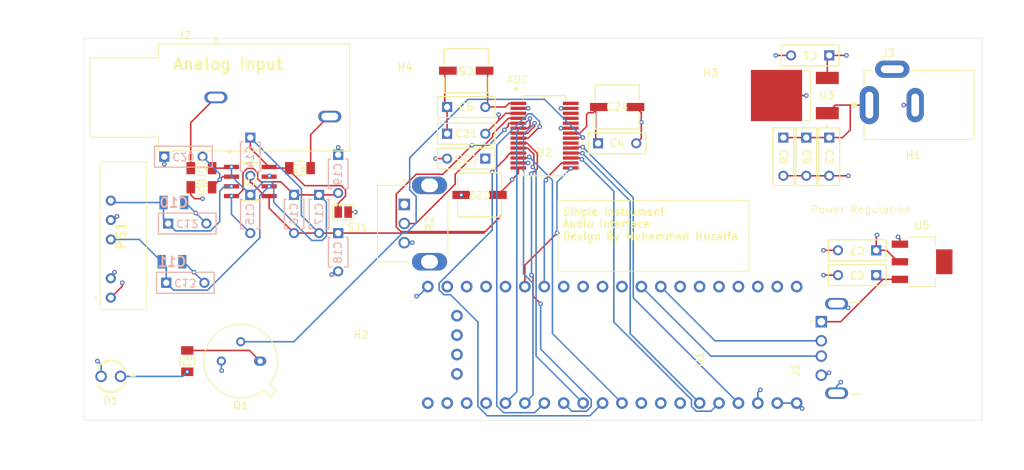
<source format=kicad_pcb>
(kicad_pcb (version 20240108) (generator "pcbnew") (generator_version "8.0")
  (layers (0 "F.Cu" signal "Analog Signal") (1 "In1.Cu" power "GND") (2 "In2.Cu" power "PWR") (31 "B.Cu" signal "Digital Signal") (34 "B.Paste" user) (35 "F.Paste" user) (36 "B.SilkS" user "B.Silkscreen") (37 "F.SilkS" user "F.Silkscreen") (38 "B.Mask" user) (39 "F.Mask" user) (44 "Edge.Cuts" user))
  (net 0 "")
  (net 1 "GND")
  (net 2 "5V")
  (net 3 "Net-(U3-IN)")
  (net 4 "USB_5V")
  (net 5 "3.3V")
  (net 6 "Net-(U2-VREFL)")
  (net 7 "Net-(D1-K)")
  (net 9 "CLIPL_FLAG")
  (net 10 "Net-(Q1-E)")
  (net 11 "Net-(C21-Pad1)")
  (net 12 "+15V")
  (net 13 "-15V")
  (net 14 "INST_SIG_-")
  (net 22 "SIG_TO_POT")
  (net 23 "Net-(U7-VOCM)")
  (net 25 "VIN+")
  (net 28 "STM_TO_USB_D_N")
  (net 29 "VIN-")
  (net 32 "ADC_CLK")
  (net 33 "INST_SIG_+")
  (net 35 "ADC_RST")
  (net 40 "FMT0")
  (net 42 "HPFD")
  (net 43 "STM_TO_USB_D_P")
  (net 45 "STM_I2S_CLK")
  (net 46 "FS2")
  (net 47 "STM_I2S_DATA")
  (net 53 "LRCK")
  (net 55 "S{slash}M")
  (net 56 "FS0")
  (net 57 "FS1")
  (net 58 "FMT1")
  (net 59 "VCOML")
  (footprint "audiointPCB:CAP_EEFK_C_PAN-L" (layer "F.Cu") (at 128.25 92)
    (property "Reference" "C24")
    (property "Value" "33uF")
  )
  (footprint "audiointPCB:RC1206N_YAG" (layer "F.Cu") (at 73.853 100)
    (property "Reference" "R4")
    (property "Value" "1k")
  )
  (footprint "audiointPCB:CUI_MJ-63022A" (layer "F.Cu") (at 75.75 90.75)
    (property "Reference" "J2")
    (property "Value" "MJ-63022A")
  )
  (footprint "audiointPCB:RC1206N_YAG" (layer "F.Cu") (at 72 125.25 -90)
    (property "Reference" "R1")
    (property "Value" "1K")
  )
  (footprint "audiointPCB:CAP_B32529_02.5X06.5X07.3_TDK" (layer "F.Cu") (at 125.75 96.75)
    (property "Reference" "C4")
    (property "Value" "0.1 uF")
  )
  (footprint "MountingHole:MountingHole_2mm" (layer "F.Cu") (at 94.75 125)
    (property "Reference" "H2")
    (property "Value" "MountingHole_Pad")
  )
  (footprint "audiointPCB:CAP_B32529_02.5X06.5X07.3_TDK" (layer "F.Cu") (at 162.15 110.75 180)
    (property "Reference" "C7")
    (property "Value" "0.1 uF")
  )
  (footprint "audiointPCB:CAP_B32529_02.5X06.5X07.3_TDK" (layer "F.Cu") (at 162.15 114 180)
    (property "Reference" "C3")
    (property "Value" "0.1 uF")
  )
  (footprint "audiointPCB:CAP_EEFK_C_PAN-L" (layer "F.Cu") (at 108.5 87.25 180)
    (property "Reference" "C5")
    (property "Value" "33uF")
  )
  (footprint "audiointPCB:CAP_B32529_02.5X06.5X07.3_TDK" (layer "F.Cu") (at 111 98.75 180)
    (property "Reference" "C23")
    (property "Value" "0.1 uF")
  )
  (footprint "audiointPCB:CAP_B32529_02.5X06.5X07.3_TDK" (layer "F.Cu") (at 156 85.25 180)
    (property "Reference" "C1")
    (property "Value" "0.1 uF")
  )
  (footprint "MountingHole:MountingHole_2mm" (layer "F.Cu") (at 140.5 90.75)
    (property "Reference" "H3")
    (property "Value" "MountingHole_Pad")
  )
  (footprint "audiointPCB:IA0515S" (layer "F.Cu") (at 60.6 99.17 90)
    (property "Reference" "PS1")
    (property "Value" "IA0515S" (hide yes))
  )
  (footprint "audiointPCB:WL-TMRC_3MM" (layer "F.Cu") (at 62 127.25 180)
    (property "Reference" "D1")
    (property "Value" "CLIPPING_LED")
  )
  (footprint "Package_TO_SOT_THT:TO-39-3" (layer "F.Cu") (at 81.54 125.25 180)
    (property "Reference" "Q1")
    (property "Value" "2N2219")
  )
  (footprint "audiointPCB:CAP_B32529_02.5X06.5X07.3_TDK" (layer "F.Cu") (at 106 95.5)
    (property "Reference" "C21")
    (property "Value" "0.1 uF")
  )
  (footprint "audiointPCB:D8" (layer "F.Cu") (at 80.25 101.75)
    (property "Reference" "U7")
    (property "Value" "OPA1632DR")
  )
  (footprint "audiointPCB:TRIM_PT01-B120D-A103" (layer "F.Cu") (at 103.7 107.25 -90)
    (property "Reference" "R2")
    (property "Value" "PT01-B120D-A103")
  )
  (footprint "Jumper:SolderJumper-2_P1.3mm_Open_Pad1.0x1.5mm" (layer "F.Cu") (at 92.4 105.75 180)
    (property "Reference" "SJ1")
    (property "Value" "SOLDER_JUMPER" (hide yes))
  )
  (footprint "audiointPCB:CUI_PJ-002B" (layer "F.Cu") (at 161.25 91.75)
    (property "Reference" "J3")
    (property "Value" "PJ-002B")
  )
  (footprint "audiointPCB:blue_pill" (layer "F.Cu") (at 130.785 125.025 -90)
    (property "Reference" "U1")
    (property "Value" "BP")
  )
  (footprint "audiointPCB:CAP_B32529_02.5X06.5X07.3_TDK" (layer "F.Cu") (at 153 96.000005 -90)
    (property "Reference" "C9")
    (property "Value" "0.1 uF")
  )
  (footprint "MountingHole:MountingHole_2mm" (layer "F.Cu") (at 100.5 90)
    (property "Reference" "H4")
    (property "Value" "MountingHole_Pad")
  )
  (footprint "audiointPCB:VREG_TLV1117LV33DCYR" (layer "F.Cu") (at 168.15 112.25)
    (property "Reference" "U5")
    (property "Value" "TLV1117LV33DCYR")
  )
  (footprint "audiointPCB:CUI_UP2-AH-1-TH" (layer "F.Cu") (at 156.9625 123.59225 90)
    (property "Reference" "J1")
    (property "Value" "UP2-AH-1-TH")
  )
  (footprint "audiointPCB:CAP_B32529_02.5X06.5X07.3_TDK" (layer "F.Cu") (at 106 92)
    (property "Reference" "C6")
    (property "Value" "0.1 uF")
  )
  (footprint "audiointPCB:DB28" (layer "F.Cu") (at 118.75 95.75)
    (property "Reference" "U2")
    (property "Value" "PCM4202DB")
  )
  (footprint "audiointPCB:RC1206N_YAG" (layer "F.Cu") (at 86.75 100 180)
    (property "Reference" "R3")
    (property "Value" "1k")
  )
  (footprint "audiointPCB:CAP_B32529_02.5X06.5X07.3_TDK" (layer "F.Cu") (at 150 96.000005 -90)
    (property "Reference" "C8")
    (property "Value" "0.1 uF")
  )
  (footprint "MountingHole:MountingHole_2mm" (layer "F.Cu") (at 167 101.5)
    (property "Reference" "H1")
    (property "Value" "MountingHole_Pad")
  )
  (footprint "audiointPCB:RC1206N_YAG" (layer "F.Cu") (at 73.853 102.5)
    (property "Reference" "R5")
    (property "Value" "1k")
  )
  (footprint "audiointPCB:VREG_L78M05CDT-TR" (layer "F.Cu") (at 151.5 90.5 180)
    (property "Reference" "U3")
    (property "Value" "L78M05CDT-TR")
  )
  (footprint "audiointPCB:CAP_B32529_02.5X06.5X07.3_TDK" (layer "F.Cu") (at 156 96.000005 -90)
    (property "Reference" "C2")
    (property "Value" "0.1 uF")
  )
  (footprint "audiointPCB:CAP_EEFK_C_PAN-L" (layer "F.Cu") (at 110.25 103.5 180)
    (property "Reference" "C22")
    (property "Value" "33uF")
  )
  (footprint "audiointPCB:K104K10X7RF5UH5_VIS" (layer "B.Cu") (at 89.25 103.500005 -90)
    (property "Reference" "C17")
    (property "Value" "1 nF" (hide yes))
  )
  (footprint "audiointPCB:K104K10X7RF5UH5_VIS" (layer "B.Cu") (at 80.25 96.000005 -90)
    (property "Reference" "C14")
    (property "Value" "1 nF" (hide yes))
  )
  (footprint "audiointPCB:K104K10X7RF5UH5_VIS" (layer "B.Cu") (at 85.9718 103.500005 -90)
    (property "Reference" "C16")
    (property "Value" "1 nF" (hide yes))
  )
  (footprint "audiointPCB:CAP_B32529_02.5X06.5X07.3_TDK" (layer "B.Cu") (at 69 98.5)
    (property "Reference" "C20")
    (property "Value" "0.1 uF")
  )
  (footprint "audiointPCB:CAP_B32529_02.5X06.5X07.3_TDK" (layer "B.Cu") (at 69.25 115)
    (property "Reference" "C13")
    (property "Value" "0.1 uF")
  )
  (footprint "audiointPCB:CAPC3216X180N" (layer "B.Cu") (at 70.25 104.5 180)
    (property "Reference" "C10")
    (property "Value" "10uF" (hide yes))
  )
  (footprint "audiointPCB:CAPC3216X180N" (layer "B.Cu") (at 70 112.25 180)
    (property "Reference" "C11")
    (property "Value" "10uF" (hide yes))
  )
  (footprint "audiointPCB:K104K10X7RF5UH5_VIS" (layer "B.Cu") (at 91.75 98.25001 -90)
    (property "Reference" "C19")
    (property "Value" "1 nF" (hide yes))
  )
  (footprint "audiointPCB:K104K10X7RF5UH5_VIS" (layer "B.Cu") (at 80.25 103.500005 -90)
    (property "Reference" "C15")
    (property "Value" "1 nF" (hide yes))
  )
  (footprint "audiointPCB:CAP_B32529_02.5X06.5X07.3_TDK" (layer "B.Cu") (at 69.5 107.25)
    (property "Reference" "C12")
    (property "Value" "0.1 uF")
  )
  (footprint "audiointPCB:K104K10X7RF5UH5_VIS" (layer "B.Cu") (at 91.75 108.5 -90)
    (property "Reference" "C18")
    (property "Value" "1 nF" (hide yes))
  )
  (gr_rect (start 120.5 104.25) (end 145.5 113.5) (stroke (width 0.1)) (fill none) (layer "F.SilkS"))
  (gr_rect (start 58.5 83) (end 176 133) (stroke (width 0.05)) (fill none) (layer "Edge.Cuts"))
  (gr_text "ADC\n" (at 113.75 89 0) (layer "F.SilkS") (effects (font (size 1 1) (thickness 0.1)) (justify left bottom)))
  (gr_text "Single instrument \nAudio Interface\nDesign By Muhammad Huzaifa" (at 121 109.5 0) (layer "F.SilkS") (effects (font (size 1 1) (thickness 0.2) (bold yes)) (justify left bottom)))
  (gr_text "Power Regulation\n" (at 153.5 106 0) (layer "F.SilkS") (effects (font (size 1 1) (thickness 0.1)) (justify left bottom)))
  (gr_text "Analog Input" (at 70 87.25 0) (layer "F.SilkS") (effects (font (size 1.5 1.5) (thickness 0.3) (bold yes)) (justify left bottom)))
  (segment (start 131.4104 96.0896) (end 131.4104 92.7601) (width 0.2) (layer "F.Cu") (net 1))
  (segment (start 115.321 99.324999) (end 116.597808 99.324999) (width 0.2) (layer "F.Cu") (net 1))
  (segment (start 156.9625 117.74225) (end 157.934192 117.74225) (width 0.2) (layer "F.Cu") (net 1))
  (segment (start 158.499995 101.000005) (end 158.5 101) (width 0.2) (layer "F.Cu") (net 1))
  (segment (start 157.15 114) (end 155.25 114) (width 0.2) (layer "F.Cu") (net 1))
  (segment (start 150 101.000005) (end 156 101.000005) (width 0.2) (layer "F.Cu") (net 1))
  (segment (start 62 106.79) (end 62.339698 106.79) (width 0.2) (layer "F.Cu") (net 1))
  (segment (start 167.25 91.75) (end 165.75 91.75) (width 0.2) (layer "F.Cu") (net 1))
  (segment (start 91.322305 113.49999) (end 90.894576 113.927719) (width 0.2) (layer "F.Cu") (net 1))
  (segment (start 116.597806 92.175001) (end 116.597808 92.174999) (width 0.2) (layer "F.Cu") (net 1))
  (segment (start 122.179 92.175001) (end 120.902194 92.175001) (width 0.2) (layer "F.Cu") (net 1))
  (segment (start 157.15 110.75) (end 155.25 110.75) (width 0.2) (layer "F.Cu") (net 1))
  (segment (start 93.05 105.75) (end 94 105.75) (width 0.2) (layer "F.Cu") (net 1))
  (segment (start 115.321 92.175001) (end 116.597806 92.175001) (width 0.2) (layer "F.Cu") (net 1))
  (segment (start 106 98.75) (end 104.5 98.75) (width 0.2) (layer "F.Cu") (net 1))
  (segment (start 165.25 109.95) (end 166.1 109.95) (width 0.2) (layer "F.Cu") (net 1))
  (segment (start 100.4 109.75) (end 101.45 109.75) (width 0.2) (layer "F.Cu") (net 1))
  (segment (start 91.75 113.49999) (end 91.322305 113.49999) (width 0.2) (layer "F.Cu") (net 1))
  (segment (start 130.75 96.75) (end 131.4104 96.0896) (width 0.2) (layer "F.Cu") (net 1))
  (segment (start 122.179 94.775001) (end 120.902193 94.775001) (width 0.2) (layer "F.Cu") (net 1))
  (segment (start 165.25 109.25) (end 165 109) (width 0.2) (layer "F.Cu") (net 1))
  (segment (start 131.4104 92.7601) (end 130.6503 92) (width 0.2) (layer "F.Cu") (net 1))
  (segment (start 156 101.000005) (end 158.499995 101.000005) (width 0.2) (layer "F.Cu") (net 1))
  (segment (start 157.934192 117.74225) (end 158.467173 118.275231) (width 0.2) (layer "F.Cu") (net 1))
  (segment (start 120.902193 94.775001) (end 120.902192 94.775) (width 0.2) (layer "F.Cu") (net 1))
  (segment (start 62.339698 106.79) (end 62.808805 106.320893) (width 0.2) (layer "F.Cu") (net 1))
  (segment (start 165.25 109.95) (end 165.25 109.25) (width 0.2) (layer "F.Cu") (net 1))
  (segment (start 166.1 109.95) (end 166.15 110) (width 0.2) (layer "F.Cu") (net 1))
  (segment (start 120.902194 92.175001) (end 120.902192 92.174999) (width 0.2) (layer "F.Cu") (net 1))
  (segment (start 149.1 90.5) (end 153 90.5) (width 0.2) (layer "F.Cu") (net 1))
  (segment (start 151 85.25) (end 149 85.25) (width 0.2) (layer "F.Cu") (net 1))
  (via (at 91.75 97.29361) (size 0.6) (drill 0.3) (layers "F.Cu" "B.Cu") (net 1))
  (via (at 155.962293 126.771447) (size 0.6) (drill 0.3) (layers "F.Cu" "B.Cu") (net 1))
  (via (at 149 85.25) (size 0.6) (drill 0.3) (layers "F.Cu" "B.Cu") (net 1))
  (via (at 165.75 91.75) (size 0.6) (drill 0.3) (layers "F.Cu" "B.Cu") (net 1))
  (via (at 90.894576 113.927719) (size 0.6) (drill 0.3) (layers "F.Cu" "B.Cu") (net 1))
  (via (at 153 90.5) (size 0.6) (drill 0.3) (layers "F.Cu" "B.Cu") (net 1))
  (via (at 72.875 113.625) (size 0.6) (drill 0.3) (layers "F.Cu" "B.Cu") (net 1))
  (via (at 165 109) (size 0.6) (drill 0.3) (layers "F.Cu" "B.Cu") (net 1))
  (via (at 62.486768 113.6117) (size 0.6) (drill 0.3) (layers "F.Cu" "B.Cu") (net 1))
  (via (at 120.902192 94.775) (size 0.6) (drill 0.3) (layers "F.Cu" "B.Cu") (net 1))
  (via (at 101.45 109.75) (size 0.6) (drill 0.3) (layers "F.Cu" "B.Cu") (net 1))
  (via (at 116.597808 99.324999) (size 0.6) (drill 0.3) (layers "F.Cu" "B.Cu") (net 1))
  (via (at 158.467173 118.275231) (size 0.6) (drill 0.3) (layers "F.Cu" "B.Cu") (net 1))
  (via (at 69 99.5) (size 0.6) (drill 0.3) (layers "F.Cu" "B.Cu") (net 1))
  (via (at 60.25 125.25) (size 0.6) (drill 0.3) (layers "F.Cu" "B.Cu") (net 1))
  (via (at 120.902192 92.174999) (size 0.6) (drill 0.3) (layers "F.Cu" "B.Cu") (net 1))
  (via (at 116.597808 92.174999) (size 0.6) (drill 0.3) (layers "F.Cu" "B.Cu") (net 1))
  (via (at 131.4104 94) (size 0.6) (drill 0.3) (layers "F.Cu" "B.Cu") (net 1))
  (via (at 94 105.75) (size 0.6) (drill 0.3) (layers "F.Cu" "B.Cu") (net 1))
  (via (at 62.808805 106.320893) (size 0.6) (drill 0.3) (layers "F.Cu" "B.Cu") (net 1))
  (via (at 73.125 105.875) (size 0.6) (drill 0.3) (layers "F.Cu" "B.Cu") (net 1))
  (via (at 104.5 98.75) (size 0.6) (drill 0.3) (layers "F.Cu" "B.Cu") (net 1))
  (via (at 158.5 101) (size 0.6) (drill 0.3) (layers "F.Cu" "B.Cu") (net 1))
  (via (at 157.5 128) (size 0.6) (drill 0.3) (layers "F.Cu" "B.Cu") (net 1))
  (via (at 107.8497 103.5) (size 0.6) (drill 0.3) (layers "F.Cu" "B.Cu") (net 1))
  (via (at 152.447107 131.447107) (size 0.6) (drill 0.3) (layers "F.Cu" "B.Cu") (net 1))
  (via (at 155.25 110.75) (size 0.6) (drill 0.3) (layers "F.Cu" "B.Cu") (net 1))
  (via (at 155.25 114) (size 0.6) (drill 0.3) (layers "F.Cu" "B.Cu") (net 1))
  (segment (start 156.9625 129.44225) (end 156.9625 128.5375) (width 0.2) (layer "B.Cu") (net 1))
  (segment (start 149.2 130.74) (end 151.74 130.74) (width 0.2) (layer "B.Cu") (net 1))
  (segment (start 60.73 127.25) (end 60.73 125.73) (width 0.2) (layer "B.Cu") (net 1))
  (segment (start 156.9625 128.5375) (end 157.5 128) (width 0.2) (layer "B.Cu") (net 1))
  (segment (start 151.74 130.74) (end 152.447107 131.447107) (width 0.2) (layer "B.Cu") (net 1))
  (segment (start 60.73 125.73) (end 60.25 125.25) (width 0.2) (layer "B.Cu") (net 1))
  (segment (start 69 98.5) (end 69 99.5) (width 0.2) (layer "B.Cu") (net 1))
  (segment (start 71.5 112.25) (end 74.25 115) (width 0.2) (layer "B.Cu") (net 1))
  (segment (start 71.61 104.5) (end 71.75 104.5) (width 0.2) (layer "B.Cu") (net 1))
  (segment (start 71.36 112.25) (end 71.5 112.25) (width 0.2) (layer "B.Cu") (net 1))
  (segment (start 154.9625 127.09225) (end 155.64149 127.09225) (width 0.2) (layer "B.Cu") (net 1))
  (segment (start 71.75 104.5) (end 74.5 107.25) (width 0.2) (layer "B.Cu") (net 1))
  (segment (start 155.64149 127.09225) (end 155.962293 126.771447) (width 0.2) (layer "B.Cu") (net 1))
  (segment (start 125.0997 92.75) (end 125.8497 92) (width 0.2) (layer "F.Cu") (net 2))
  (segment (start 122.179 95.321) (end 122.209099 95.290901) (width 0.2) (layer "F.Cu") (net 2))
  (segment (start 124.25 94.548601) (end 124.25 93) (width 0.2) (layer "F.Cu") (net 2))
  (segment (start 125.4449 96.4449) (end 125.75 96.75) (width 0.2) (layer "F.Cu") (net 2))
  (segment (start 62 116.95) (end 63.5 115.45) (width 0.2) (layer "F.Cu") (net 2))
  (segment (start 82.7138 101.0362) (end 82.75 101) (width 0.2) (layer "F.Cu") (net 2))
  (segment (start 155.75 85.5) (end 156 85.25) (width 0.2) (layer "F.Cu") (net 2))
  (segment (start 82.7138 101.115) (end 82.7138 101.0362) (width 0.2) (layer "F.Cu") (net 2))
  (segment (start 122.179 95.424999) (end 122.179 95.321) (width 0.2) (layer "F.Cu") (net 2))
  (segment (start 122.179 95.424999) (end 123.373602 95.424999) (width 0.2) (layer "F.Cu") (net 2))
  (segment (start 124.5 92.75) (end 125.0997 92.75) (width 0.2) (layer "F.Cu") (net 2))
  (segment (start 156 85.25) (end 158.25 85.25) (width 0.2) (layer "F.Cu") (net 2))
  (segment (start 125.8497 92) (end 125.4449 92.4048) (width 0.2) (layer "F.Cu") (net 2))
  (segment (start 63.5 115.45) (end 63.5 115) (width 0.2) (layer "F.Cu") (net 2))
  (segment (start 155.75 88.2) (end 155.75 85.5) (width 0.2) (layer "F.Cu") (net 2))
  (segment (start 123.373602 95.424999) (end 124.25 94.548601) (width 0.2) (layer "F.Cu") (net 2))
  (segment (start 124.25 93) (end 124.5 92.75) (width 0.2) (layer "F.Cu") (net 2))
  (segment (start 125.4449 92.4048) (end 125.4449 96.4449) (width 0.2) (layer "F.Cu") (net 2))
  (via (at 82.75 101) (size 0.6) (drill 0.3) (layers "F.Cu" "B.Cu") (net 2))
  (via (at 63.5 115) (size 0.6) (drill 0.3) (layers "F.Cu" "B.Cu") (net 2))
  (via (at 158.25 85.25) (size 0.6) (drill 0.3) (layers "F.Cu" "B.Cu") (net 2))
  (segment (start 158.75 95) (end 157.749995 96.000005) (width 0.2) (layer "F.Cu") (net 3))
  (segment (start 156.8 91.75) (end 155.75 92.8) (width 0.2) (layer "F.Cu") (net 3))
  (segment (start 158.75 91.75) (end 158.75 95) (width 0.2) (layer "F.Cu") (net 3))
  (segment (start 158.75 91.75) (end 156.8 91.75) (width 0.2) (layer "F.Cu") (net 3))
  (segment (start 161.25 91.75) (end 158.75 91.75) (width 0.2) (layer "F.Cu") (net 3))
  (segment (start 157.749995 96.000005) (end 156 96.000005) (width 0.2) (layer "F.Cu") (net 3))
  (segment (start 156 96.000005) (end 150 96.000005) (width 0.2) (layer "F.Cu") (net 3))
  (segment (start 165.05 114.75) (end 165.25 114.55) (width 0.2) (layer "F.Cu") (net 4))
  (segment (start 157.498683 120.09225) (end 163.040933 114.55) (width 0.2) (layer "F.Cu") (net 4))
  (segment (start 163.040933 114.55) (end 162.7 114.55) (width 0.2) (layer "F.Cu") (net 4))
  (segment (start 154.9625 120.09225) (end 157.498683 120.09225) (width 0.2) (layer "F.Cu") (net 4))
  (segment (start 162.7 114.55) (end 162.15 114) (width 0.2) (layer "F.Cu") (net 4))
  (segment (start 163.040933 114.55) (end 165.25 114.55) (width 0.2) (layer "F.Cu") (net 4))
  (segment (start 114.5 101.6503) (end 114.5 101.5) (width 0.2) (layer "F.Cu") (net 5))
  (segment (start 162.15 108.85) (end 162.25 108.75) (width 0.2) (layer "F.Cu") (net 5))
  (segment (start 165 112.25) (end 163.5 110.75) (width 0.2) (layer "F.Cu") (net 5))
  (segment (start 165.25 112.25) (end 165 112.25) (width 0.2) (layer "F.Cu") (net 5))
  (segment (start 162.15 110.75) (end 162.15 108.85) (width 0.2) (layer "F.Cu") (net 5))
  (segment (start 112.6503 103.5) (end 114.5 101.6503) (width 0.2) (layer "F.Cu") (net 5))
  (segment (start 163.5 110.75) (end 162.15 110.75) (width 0.2) (layer "F.Cu") (net 5))
  (segment (start 115.321 100.679) (end 114.5 101.5) (width 0.2) (layer "F.Cu") (net 5))
  (segment (start 115.321 99.974998) (end 115.321 100.679) (width 0.2) (layer "F.Cu") (net 5))
  (via (at 102 116.75) (size 0.6) (drill 0.3) (layers "F.Cu" "B.Cu") (net 5))
  (via (at 76.5 126.5) (size 0.6) (drill 0.3) (layers "F.Cu" "B.Cu") (net 5))
  (via (at 147 129) (size 0.6) (drill 0.3) (layers "F.Cu" "B.Cu") (net 5))
  (via (at 114.5 101.5) (size 0.6) (drill 0.3) (layers "F.Cu" "B.Cu") (net 5))
  (via (at 162.25 108.75) (size 0.6) (drill 0.3) (layers "F.Cu" "B.Cu") (net 5))
  (segment (start 102.23 116.75) (end 103.48 115.5) (width 0.2) (layer "B.Cu") (net 5))
  (segment (start 146.66 130.74) (end 146.66 129.34) (width 0.2) (layer "B.Cu") (net 5))
  (segment (start 146.66 129.34) (end 147 129) (width 0.2) (layer "B.Cu") (net 5))
  (segment (start 76.46 126.46) (end 76.5 126.5) (width 0.2) (layer "B.Cu") (net 5))
  (segment (start 76.46 125.25) (end 76.46 126.46) (width 0.2) (layer "B.Cu") (net 5))
  (segment (start 102 116.75) (end 102.23 116.75) (width 0.2) (layer "B.Cu") (net 5))
  (segment (start 115.321 91.525) (end 114.0923 91.525) (width 0.2) (layer "F.Cu") (net 6))
  (segment (start 111.3051 91.6949) (end 111 92) (width 0.2) (layer "F.Cu") (net 6))
  (segment (start 111.3051 87.6548) (end 111.3051 91.6949) (width 0.2) (layer "F.Cu") (net 6))
  (segment (start 114.0923 91.525) (end 113.6173 92) (width 0.2) (layer "F.Cu") (net 6))
  (segment (start 113.6173 92) (end 111 92) (width 0.2) (layer "F.Cu") (net 6))
  (segment (start 110.9003 87.25) (end 111.3051 87.6548) (width 0.2) (layer "F.Cu") (net 6))
  (via (at 72 126.647) (size 0.6) (drill 0.3) (layers "F.Cu" "B.Cu") (net 7))
  (segment (start 71.397 127.25) (end 72 126.647) (width 0.2) (layer "B.Cu") (net 7))
  (segment (start 63.27 127.25) (end 71.397 127.25) (width 0.2) (layer "B.Cu") (net 7))
  (segment (start 123.75 96) (end 122.254001 96) (width 0.2) (layer "F.Cu") (net 9))
  (segment (start 122.254001 96) (end 122.179 96.075001) (width 0.2) (layer "F.Cu") (net 9))
  (via (at 123.75 96) (size 0.6) (drill 0.3) (layers "F.Cu" "B.Cu") (net 9))
  (segment (start 118.75 91) (end 123.75 96) (width 0.2) (layer "B.Cu") (net 9))
  (segment (start 101.94939 103.7) (end 101.1 102.85061) (width 0.2) (layer "B.Cu") (net 9))
  (segment (start 101.1 102.85061) (end 101.1 98.65) (width 0.2) (layer "B.Cu") (net 9))
  (segment (start 108.75 91) (end 118.75 91) (width 0.2) (layer "B.Cu") (net 9))
  (segment (start 79 122.71) (end 85.949418 122.71) (width 0.2) (layer "B.Cu") (net 9))
  (segment (start 100.640582 108.5) (end 101.94939 107.191192) (width 0.2) (layer "B.Cu") (net 9))
  (segment (start 100.159418 108.5) (end 100.640582 108.5) (width 0.2) (layer "B.Cu") (net 9))
  (segment (start 85.949418 122.71) (end 100.159418 108.5) (width 0.2) (layer "B.Cu") (net 9))
  (segment (start 101.94939 107.191192) (end 101.94939 103.7) (width 0.2) (layer "B.Cu") (net 9))
  (segment (start 101.1 98.65) (end 108.75 91) (width 0.2) (layer "B.Cu") (net 9))
  (segment (start 80.143 123.853) (end 81.54 125.25) (width 0.2) (layer "F.Cu") (net 10))
  (segment (start 72 123.853) (end 80.143 123.853) (width 0.2) (layer "F.Cu") (net 10))
  (segment (start 106 92) (end 106 95.5) (width 0.2) (layer "F.Cu") (net 11))
  (segment (start 106 92) (end 105.6949 91.6949) (width 0.2) (layer "F.Cu") (net 11))
  (segment (start 105.6949 91.6949) (end 105.6949 87.6548) (width 0.2) (layer "F.Cu") (net 11))
  (segment (start 105.6949 87.6548) (end 106.0997 87.25) (width 0.2) (layer "F.Cu") (net 11))
  (segment (start 77.1862 102.385) (end 77.7862 102.385) (width 0.2) (layer "F.Cu") (net 12))
  (via (at 77.7862 102.385) (size 0.6) (drill 0.3) (layers "F.Cu" "B.Cu") (net 12))
  (segment (start 76.865 102.385) (end 77.7862 102.385) (width 0.2) (layer "B.Cu") (net 12))
  (segment (start 69.5 107.25) (end 70.4604 108.2104) (width 0.2) (layer "B.Cu") (net 12))
  (segment (start 62.25 104.5) (end 62 104.25) (width 0.2) (layer "B.Cu") (net 12))
  (segment (start 68.89 106.64) (end 69.5 107.25) (width 0.2) (layer "B.Cu") (net 12))
  (segment (start 75.0396 108.2104) (end 76.25 107) (width 0.2) (layer "B.Cu") (net 12))
  (segment (start 70.4604 108.2104) (end 75.0396 108.2104) (width 0.2) (layer "B.Cu") (net 12))
  (segment (start 68.89 104.5) (end 68.89 106.64) (width 0.2) (layer "B.Cu") (net 12))
  (segment (start 68.89 104.5) (end 62.25 104.5) (width 0.2) (layer "B.Cu") (net 12))
  (segment (start 76.25 107) (end 76.25 103) (width 0.2) (layer "B.Cu") (net 12))
  (segment (start 76.25 103) (end 76.865 102.385) (width 0.2) (layer "B.Cu") (net 12))
  (segment (start 82.1138 102.385) (end 82.7138 102.385) (width 0.2) (layer "F.Cu") (net 13))
  (via (at 82.7138 102.385) (size 0.6) (drill 0.3) (layers "F.Cu" "B.Cu") (net 13))
  (segment (start 74.647811 115.9604) (end 81.5 109.108211) (width 0.2) (layer "B.Cu") (net 13))
  (segment (start 62 109.33) (end 65.72 109.33) (width 0.2) (layer "B.Cu") (net 13))
  (segment (start 65.72 109.33) (end 68.64 112.25) (width 0.2) (layer "B.Cu") (net 13))
  (segment (start 70.2104 115.9604) (end 74.647811 115.9604) (width 0.2) (layer "B.Cu") (net 13))
  (segment (start 69.25 115) (end 70.2104 115.9604) (width 0.2) (layer "B.Cu") (net 13))
  (segment (start 81.5 109.108211) (end 81.5 103.5988) (width 0.2) (layer "B.Cu") (net 13))
  (segment (start 69.25 115) (end 69.25 112.86) (width 0.2) (layer "B.Cu") (net 13))
  (segment (start 69.25 112.86) (end 68.64 112.25) (width 0.2) (layer "B.Cu") (net 13))
  (segment (start 81.5 103.5988) (end 82.7138 102.385) (width 0.2) (layer "B.Cu") (net 13))
  (segment (start 85.353 100) (end 82.8688 100) (width 0.2) (layer "F.Cu") (net 14))
  (segment (start 110.997622 108.304) (end 99.963418 108.304) (width 0.2) (layer "F.Cu") (net 14))
  (segment (start 105.45 100.8) (end 109.25 97) (width 0.2) (layer "F.Cu") (net 14))
  (segment (start 82.8688 100) (end 82.7138 99.845) (width 0.2) (layer "F.Cu") (net 14))
  (segment (start 82.7138 103.655) (end 82.7138 105.241995) (width 0.2) (layer "F.Cu") (net 14))
  (segment (start 99.346 103.40339) (end 101.94939 100.8) (width 0.2) (layer "F.Cu") (net 14))
  (segment (start 85.353 100.281122) (end 85.353 100) (width 0.2) (layer "F.Cu") (net 14))
  (segment (start 80.4024 101.9024) (end 80.25 101.9024) (width 0.2) (layer "F.Cu") (net 14))
  (segment (start 85.9718 108.499995) (end 89.25 108.499995) (width 0.2) (layer "F.Cu") (net 14))
  (segment (start 99.346 107.686582) (end 99.346 103.40339) (width 0.2) (layer "F.Cu") (net 14))
  (segment (start 113.5 95) (end 113.9923 94.5077) (width 0.2) (layer "F.Cu") (net 14))
  (segment (start 87.361478 102.2896) (end 85.353 100.281122) (width 0.2) (layer "F.Cu") (net 14))
  (segment (start 82.7138 105.241995) (end 85.9718 108.499995) (width 0.2) (layer "F.Cu") (net 14))
  (segment (start 80.25 97.3812) (end 82.7138 99.845) (width 0.2) (layer "F.Cu") (net 14))
  (segment (start 115.321 94.124999) (end 114.0923 94.124999) (width 0.2) (layer "F.Cu") (net 14))
  (segment (start 82.155 103.655) (end 80.4024 101.9024) (width 0.2) (layer "F.Cu") (net 14))
  (segment (start 80.25 96.000005) (end 80.25 97.3812) (width 0.2) (layer "F.Cu") (net 14))
  (segment (start 92.7104 102.852189) (end 92.147811 102.2896) (width 0.2) (layer "F.Cu") (net 14))
  (segment (start 101.94939 100.8) (end 105.45 100.8) (width 0.2) (layer "F.Cu") (net 14))
  (segment (start 113.9923 94.5077) (end 113.9923 94.5) (width 0.2) (layer "F.Cu") (net 14))
  (segment (start 99.963418 108.304) (end 99.346 107.686582) (width 0.2) (layer "F.Cu") (net 14))
  (segment (start 91.75 105.75) (end 91.75 104.608211) (width 0.2) (layer "F.Cu") (net 14))
  (segment (start 92.7104 103.647811) (end 92.7104 102.852189) (width 0.2) (layer "F.Cu") (net 14))
  (segment (start 82.0026 99.845) (end 83.3138 99.845) (width 0.2) (layer "F.Cu") (net 14))
  (segment (start 92.147811 102.2896) (end 87.361478 102.2896) (width 0.2) (layer "F.Cu") (net 14))
  (segment (start 82.7138 103.655) (end 82.155 103.655) (width 0.2) (layer "F.Cu") (net 14))
  (segment (start 80.25 101.9024) (end 80.25 100.999995) (width 0.2) (layer "F.Cu") (net 14))
  (segment (start 91.75 104.608211) (end 92.7104 103.647811) (width 0.2) (layer "F.Cu") (net 14))
  (segment (start 91.75 108.5) (end 110.801622 108.5) (width 0.2) (layer "F.Cu") (net 14))
  (segment (start 114.0923 94.124999) (end 113.9923 94.224999) (width 0.2) (layer "F.Cu") (net 14))
  (segment (start 91.749995 108.499995) (end 91.75 108.5) (width 0.2) (layer "F.Cu") (net 14))
  (segment (start 110.801622 108.5) (end 112.996522 106.3051) (width 0.2) (layer "F.Cu") (net 14))
  (segment (start 113.9923 94.224999) (end 113.9923 94.5) (width 0.2) (layer "F.Cu") (net 14))
  (segment (start 112.996522 106.3051) (end 110.997622 108.304) (width 0.2) (layer "F.Cu") (net 14))
  (segment (start 82.7138 99.845) (end 82.0026 99.845) (width 0.2) (layer "F.Cu") (net 14))
  (segment (start 89.25 108.499995) (end 91.749995 108.499995) (width 0.2) (layer "F.Cu") (net 14))
  (via (at 113.5 95) (size 0.6) (drill 0.3) (layers "F.Cu" "B.Cu") (net 14))
  (via (at 109.25 97) (size 0.6) (drill 0.3) (layers "F.Cu" "B.Cu") (net 14))
  (segment (start 86.9322 102.682205) (end 80.25 96.000005) (width 0.2) (layer "B.Cu") (net 14))
  (segment (start 89.25 108.499995) (end 86.9322 106.182195) (width 0.2) (layer "B.Cu") (net 14))
  (segment (start 109.25 97) (end 111.5 97) (width 0.2) (layer "B.Cu") (net 14))
  (segment (start 111.5 97) (end 113.5 95) (width 0.2) (layer "B.Cu") (net 14))
  (segment (start 86.9322 106.182195) (end 86.9322 102.682205) (width 0.2) (layer "B.Cu") (net 14))
  (segment (start 80.647811 100.039595) (end 81.2104 100.602184) (width 0.2) (layer "F.Cu") (net 22))
  (segment (start 89.25 103.500005) (end 91.499995 103.500005) (width 0.2) (layer "F.Cu") (net 22))
  (segment (start 79.2896 100.602184) (end 79.852189 100.039595) (width 0.2) (layer "F.Cu") (net 22))
  (segment (start 77.7862 103.655) (end 78.4974 103.655) (width 0.2) (layer "F.Cu") (net 22))
  (segment (start 79.852189 100.039595) (end 80.647811 100.039595) (width 0.2) (layer "F.Cu") (net 22))
  (segment (start 79.2896 102.8628) (end 79.2896 100.602184) (width 0.2) (layer "F.Cu") (net 22))
  (segment (start 75.25 100) (end 77.6312 100) (width 0.2) (layer "F.Cu") (net 22))
  (segment (start 77.6312 100) (end 77.7862 99.845) (width 0.2) (layer "F.Cu") (net 22))
  (segment (start 81.2104 100.602184) (end 81.2104 101.397806) (width 0.2) (layer "F.Cu") (net 22))
  (segment (start 78.4974 103.655) (end 79.2896 102.8628) (width 0.2) (layer "F.Cu") (net 22))
  (segment (start 85.9718 103.500005) (end 89.25 103.500005) (width 0.2) (layer "F.Cu") (net 22))
  (segment (start 81.2104 101.397806) (end 81.597594 101.785) (width 0.2) (layer "F.Cu") (net 22))
  (segment (start 91.499995 103.500005) (end 91.75 103.25) (width 0.2) (layer "F.Cu") (net 22))
  (segment (start 81.597594 101.785) (end 84.256795 101.785) (width 0.2) (layer "F.Cu") (net 22))
  (segment (start 84.256795 101.785) (end 85.9718 103.500005) (width 0.2) (layer "F.Cu") (net 22))
  (via (at 77.7862 99.845) (size 0.6) (drill 0.3) (layers "F.Cu" "B.Cu") (net 22))
  (via (at 77.7862 103.655) (size 0.6) (drill 0.3) (layers "F.Cu" "B.Cu") (net 22))
  (segment (start 80.25 108.499995) (end 77.7862 106.036195) (width 0.2) (layer "B.Cu") (net 22))
  (segment (start 80.25 103.500005) (end 77.7862 101.036205) (width 0.2) (layer "B.Cu") (net 22))
  (segment (start 89.25 103.500005) (end 90.2104 104.460405) (width 0.2) (layer "B.Cu") (net 22))
  (segment (start 89.647811 109.460395) (end 88.290411 109.460395) (width 0.2) (layer "B.Cu") (net 22))
  (segment (start 83.3138 102.136471) (end 82.962329 101.785) (width 0.2) (layer "B.Cu") (net 22))
  (segment (start 82.962329 101.785) (end 81.965005 101.785) (width 0.2) (layer "B.Cu") (net 22))
  (segment (start 88.290411 109.460395) (end 83.3138 104.483784) (width 0.2) (layer "B.Cu") (net 22))
  (segment (start 90.2104 104.460405) (end 90.2104 108.897806) (width 0.2) (layer "B.Cu") (net 22))
  (segment (start 81.965005 101.785) (end 80.25 103.500005) (width 0.2) (layer "B.Cu") (net 22))
  (segment (start 77.7862 106.036195) (end 77.7862 103.655) (width 0.2) (layer "B.Cu") (net 22))
  (segment (start 90.2104 108.897806) (end 89.647811 109.460395) (width 0.2) (layer "B.Cu") (net 22))
  (segment (start 83.3138 104.483784) (end 83.3138 102.136471) (width 0.2) (layer "B.Cu") (net 22))
  (segment (start 77.7862 101.036205) (end 77.7862 99.845) (width 0.2) (layer "B.Cu") (net 22))
  (segment (start 76.635 101.115) (end 77.7862 101.115) (width 0.2) (layer "F.Cu") (net 23))
  (segment (start 75.25 102.5) (end 76.635 101.115) (width 0.2) (layer "F.Cu") (net 23))
  (via (at 76.25 101.5) (size 0.6) (drill 0.3) (layers "F.Cu" "B.Cu") (net 23))
  (segment (start 76.25 101.5) (end 76.25 100.75) (width 0.2) (layer "B.Cu") (net 23))
  (segment (start 76.25 100.75) (end 74 98.5) (width 0.2) (layer "B.Cu") (net 23))
  (segment (start 90.65 93.1) (end 88.147 95.603) (width 0.2) (layer "F.Cu") (net 25))
  (segment (start 90.65 93.25) (end 90.65 93.1) (width 0.2) (layer "F.Cu") (net 25))
  (segment (start 88.147 95.603) (end 88.147 100) (width 0.2) (layer "F.Cu") (net 25))
  (segment (start 154.9625 122.59225) (end 141.05225 122.59225) (width 0.2) (layer "B.Cu") (net 28))
  (segment (start 141.05225 122.59225) (end 133.96 115.5) (width 0.2) (layer "B.Cu") (net 28))
  (segment (start 72.456 94.044) (end 72.456 100) (width 0.2) (layer "F.Cu") (net 29))
  (segment (start 75.75 90.75) (end 72.456 94.044) (width 0.2) (layer "F.Cu") (net 29))
  (segment (start 123.676469 98.024999) (end 123.700735 98.049265) (width 0.2) (layer "F.Cu") (net 32))
  (segment (start 122.179 98.024999) (end 123.676469 98.024999) (width 0.2) (layer "F.Cu") (net 32))
  (via (at 123.700735 98.049265) (size 0.6) (drill 0.3) (layers "F.Cu" "B.Cu") (net 32))
  (segment (start 123.700735 98.049265) (end 129.958 104.30653) (width 0.2) (layer "B.Cu") (net 32))
  (segment (start 129.958 121.658) (end 139.04 130.74) (width 0.2) (layer "B.Cu") (net 32))
  (segment (start 129.958 104.30653) (end 129.958 121.658) (width 0.2) (layer "B.Cu") (net 32))
  (segment (start 111.9604 95.897811) (end 107.058211 100.8) (width 0.2) (layer "F.Cu") (net 33))
  (segment (start 107.058211 100.8) (end 107.058211 102.092399) (width 0.2) (layer "F.Cu") (net 33))
  (segment (start 107.058211 102.092399) (end 101.90061 107.25) (width 0.2) (layer "F.Cu") (net 33))
  (segment (start 101.90061 107.25) (end 100.4 107.25) (width 0.2) (layer "F.Cu") (net 33))
  (segment (start 114.024999 93.475001) (end 111.9604 95.5396) (width 0.2) (layer "F.Cu") (net 33))
  (segment (start 111.9604 95.5396) (end 111.9604 95.897811) (width 0.2) (layer "F.Cu") (net 33))
  (segment (start 115.321 93.475001) (end 114.024999 93.475001) (width 0.2) (layer "F.Cu") (net 33))
  (segment (start 123.75 97.25) (end 122.304001 97.25) (width 0.2) (layer "F.Cu") (net 35))
  (segment (start 122.304001 97.25) (end 122.179 97.375001) (width 0.2) (layer "F.Cu") (net 35))
  (via (at 123.75 97.25) (size 0.6) (drill 0.3) (layers "F.Cu" "B.Cu") (net 35))
  (segment (start 144.12 130.74) (end 130.358 116.978) (width 0.2) (layer "B.Cu") (net 35))
  (segment (start 130.358 116.978) (end 130.358 103.858) (width 0.2) (layer "B.Cu") (net 35))
  (segment (start 130.358 103.858) (end 123.75 97.25) (width 0.2) (layer "B.Cu") (net 35))
  (segment (start 116.849702 94.474999) (end 116.849702 93.5) (width 0.2) (layer "F.Cu") (net 40))
  (segment (start 115.321 94.775001) (end 116.5497 94.775001) (width 0.2) (layer "F.Cu") (net 40))
  (segment (start 116.5497 94.775001) (end 116.849702 94.474999) (width 0.2) (layer "F.Cu") (net 40))
  (via (at 116.849702 93.5) (size 0.6) (drill 0.3) (layers "F.Cu" "B.Cu") (net 40))
  (segment (start 115.118 95.231702) (end 115.118 129.262) (width 0.2) (layer "B.Cu") (net 40))
  (segment (start 115.118 129.262) (end 113.64 130.74) (width 0.2) (layer "B.Cu") (net 40))
  (segment (start 116.849702 93.5) (end 115.118 95.231702) (width 0.2) (layer "B.Cu") (net 40))
  (segment (start 115.321 98.674998) (end 116.615305 98.674998) (width 0.2) (layer "F.Cu") (net 42))
  (segment (start 116.615305 98.674998) (end 116.750582 98.539721) (width 0.2) (layer "F.Cu") (net 42))
  (via (at 116.750582 98.539721) (size 0.6) (drill 0.3) (layers "F.Cu" "B.Cu") (net 42))
  (segment (start 119.782 101.571139) (end 119.782 121.642) (width 0.2) (layer "B.Cu") (net 42))
  (segment (start 116.750582 98.539721) (end 119.782 101.571139) (width 0.2) (layer "B.Cu") (net 42))
  (segment (start 119.782 121.642) (end 128.88 130.74) (width 0.2) (layer "B.Cu") (net 42))
  (segment (start 154.9625 124.59225) (end 140.51225 124.59225) (width 0.2) (layer "B.Cu") (net 43))
  (segment (start 140.51225 124.59225) (end 131.42 115.5) (width 0.2) (layer "B.Cu") (net 43))
  (segment (start 118.931166 101.378234) (end 120.984401 99.324999) (width 0.2) (layer "F.Cu") (net 45))
  (segment (start 118.931166 101.568834) (end 118.931166 101.378234) (width 0.2) (layer "F.Cu") (net 45))
  (segment (start 120.984401 99.324999) (end 122.179 99.324999) (width 0.2) (layer "F.Cu") (net 45))
  (via (at 118.931166 101.568834) (size 0.6) (drill 0.3) (layers "F.Cu" "B.Cu") (net 45))
  (segment (start 118.72 115.5) (end 118.72 101.78) (width 0.2) (layer "B.Cu") (net 45))
  (segment (start 118.72 101.78) (end 118.931166 101.568834) (width 0.2) (layer "B.Cu") (net 45))
  (segment (start 111.9 100.4949) (end 113.7923 98.6026) (width 0.2) (layer "F.Cu") (net 46))
  (segment (start 113.7923 98.6026) (end 113.7923 98.501129) (width 0.2) (layer "F.Cu") (net 46))
  (segment (start 114.26843 98.024999) (end 115.321 98.024999) (width 0.2) (layer "F.Cu") (net 46))
  (segment (start 113.7923 98.501129) (end 114.26843 98.024999) (width 0.2) (layer "F.Cu") (net 46))
  (via (at 111.9 100.4949) (size 0.6) (drill 0.3) (layers "F.Cu" "B.Cu") (net 46))
  (segment (start 124.68 132.4) (end 111.258105 132.4) (width 0.2) (layer "B.Cu") (net 46))
  (segment (start 110.038 120.14896) (end 106.45104 116.562) (width 0.2) (layer "B.Cu") (net 46))
  (segment (start 105.580105 116.562) (end 104.958 115.939895) (width 0.2) (layer "B.Cu") (net 46))
  (segment (start 104.958 115.060105) (end 111.9 108.118105) (width 0.2) (layer "B.Cu") (net 46))
  (segment (start 110.038 131.179895) (end 110.038 120.14896) (width 0.2) (layer "B.Cu") (net 46))
  (segment (start 106.45104 116.562) (end 105.580105 116.562) (width 0.2) (layer "B.Cu") (net 46))
  (segment (start 126.34 130.74) (end 124.68 132.4) (width 0.2) (layer "B.Cu") (net 46))
  (segment (start 111.258105 132.4) (end 110.038 131.179895) (width 0.2) (layer "B.Cu") (net 46))
  (segment (start 111.9 108.118105) (end 111.9 100.4949) (width 0.2) (layer "B.Cu") (net 46))
  (segment (start 104.958 115.939895) (end 104.958 115.060105) (width 0.2) (layer "B.Cu") (net 46))
  (segment (start 116.18 115.5) (end 116.18 112.702) (width 0.2) (layer "F.Cu") (net 47))
  (segment (start 116.18 112.702) (end 120.382 108.5) (width 0.2) (layer "F.Cu") (net 47))
  (via (at 122.179 100.040901) (size 0.6) (drill 0.3) (layers "F.Cu" "B.Cu") (net 47))
  (via (at 120.382 108.5) (size 0.6) (drill 0.3) (layers "F.Cu" "B.Cu") (net 47))
  (segment (start 120.382 101.837901) (end 122.179 100.040901) (width 0.2) (layer "B.Cu") (net 47))
  (segment (start 120.382 108.5) (end 120.382 101.837901) (width 0.2) (layer "B.Cu") (net 47))
  (segment (start 123.461729 98.675) (end 123.633132 98.846403) (width 0.2) (layer "F.Cu") (net 53))
  (segment (start 122.179 98.675) (end 123.461729 98.675) (width 0.2) (layer "F.Cu") (net 53))
  (via (at 123.633132 98.846403) (size 0.6) (drill 0.3) (layers "F.Cu" "B.Cu") (net 53))
  (segment (start 140.518 131.802) (end 141.58 130.74) (width 0.2) (layer "B.Cu") (net 53))
  (segment (start 123.633132 98.846403) (end 127.818 103.031271) (width 0.2) (layer "B.Cu") (net 53))
  (segment (start 138.600105 131.802) (end 140.518 131.802) (width 0.2) (layer "B.Cu") (net 53))
  (segment (start 137.978 130.300105) (end 137.978 131.179895) (width 0.2) (layer "B.Cu") (net 53))
  (segment (start 127.818 103.031271) (end 127.818 120.140105) (width 0.2) (layer "B.Cu") (net 53))
  (segment (start 127.818 120.140105) (end 137.978 130.300105) (width 0.2) (layer "B.Cu") (net 53))
  (segment (start 137.978 131.179895) (end 138.600105 131.802) (width 0.2) (layer "B.Cu") (net 53))
  (segment (start 115.321 96.074998) (end 116.610947 96.074998) (width 0.2) (layer "F.Cu") (net 55))
  (segment (start 116.610947 96.074998) (end 118.110529 94.575416) (width 0.2) (layer "F.Cu") (net 55))
  (via (at 118.110529 94.575416) (size 0.6) (drill 0.3) (layers "F.Cu" "B.Cu") (net 55))
  (segment (start 116.601173 92.9) (end 112.5 97.001173) (width 0.2) (layer "B.Cu") (net 55))
  (segment (start 118.110529 94.575416) (end 118.110529 93.912298) (width 0.2) (layer "B.Cu") (net 55))
  (segment (start 118.110529 93.912298) (end 117.098231 92.9) (width 0.2) (layer "B.Cu") (net 55))
  (segment (start 112.5 131.101895) (end 113.398105 132) (width 0.2) (layer "B.Cu") (net 55))
  (segment (start 117.46 132) (end 118.72 130.74) (width 0.2) (layer "B.Cu") (net 55))
  (segment (start 113.398105 132) (end 117.46 132) (width 0.2) (layer "B.Cu") (net 55))
  (segment (start 112.5 97.001173) (end 112.5 131.101895) (width 0.2) (layer "B.Cu") (net 55))
  (segment (start 117.098231 92.9) (end 116.601173 92.9) (width 0.2) (layer "B.Cu") (net 55))
  (segment (start 117 100.75) (end 117.305849 100.444151) (width 0.2) (layer "F.Cu") (net 56))
  (segment (start 117.242 116.75) (end 117.242 114.2) (width 0.2) (layer "F.Cu") (net 56))
  (segment (start 117.305849 100.444151) (end 117.455012 100.444151) (width 0.2) (layer "F.Cu") (net 56))
  (segment (start 117.806483 98.066095) (end 116.465387 96.724999) (width 0.2) (layer "F.Cu") (net 56))
  (segment (start 116.465387 96.724999) (end 115.321 96.724999) (width 0.2) (layer "F.Cu") (net 56))
  (segment (start 117.806483 100.09268) (end 117.806483 98.066095) (width 0.2) (layer "F.Cu") (net 56))
  (segment (start 118.242 117.75) (end 117.242 116.75) (width 0.2) (layer "F.Cu") (net 56))
  (segment (start 117.242 114.2) (end 117.042 114) (width 0.2) (layer "F.Cu") (net 56))
  (segment (start 117.455012 100.444151) (end 117.806483 100.09268) (width 0.2) (layer "F.Cu") (net 56))
  (via (at 117 100.75) (size 0.6) (drill 0.3) (layers "F.Cu" "B.Cu") (net 56))
  (via (at 117.042 114) (size 0.6) (drill 0.3) (layers "F.Cu" "B.Cu") (net 56))
  (via (at 118.242 117.75) (size 0.6) (drill 0.3) (layers "F.Cu" "B.Cu") (net 56))
  (segment (start 124.862 131.179895) (end 124.862 130.300105) (width 0.2) (layer "B.Cu") (net 56))
  (segment (start 121.26 130.74) (end 122.322 131.802) (width 0.2) (layer "B.Cu") (net 56))
  (segment (start 124.862 130.300105) (end 118.242 123.680105) (width 0.2) (layer "B.Cu") (net 56))
  (segment (start 122.322 131.802) (end 124.239895 131.802) (width 0.2) (layer "B.Cu") (net 56))
  (segment (start 117.042 114) (end 117.042 100.792) (width 0.2) (layer "B.Cu") (net 56))
  (segment (start 124.239895 131.802) (end 124.862 131.179895) (width 0.2) (layer "B.Cu") (net 56))
  (segment (start 118.242 123.680105) (end 118.242 117.75) (width 0.2) (layer "B.Cu") (net 56))
  (segment (start 117.042 100.792) (end 117 100.75) (width 0.2) (layer "B.Cu") (net 56))
  (segment (start 117.350582 98.17588) (end 117.350582 99.700052) (width 0.2) (layer "F.Cu") (net 57))
  (segment (start 115.321 97.374998) (end 116.5497 97.374998) (width 0.2) (layer "F.Cu") (net 57))
  (segment (start 117.350582 99.700052) (end 117.206483 99.844151) (width 0.2) (layer "F.Cu") (net 57))
  (segment (start 116.5497 97.374998) (end 117.350582 98.17588) (width 0.2) (layer "F.Cu") (net 57))
  (via (at 117.206483 99.844151) (size 0.6) (drill 0.3) (layers "F.Cu" "B.Cu") (net 57))
  (segment (start 117.642 124.582) (end 123.8 130.74) (width 0.2) (layer "B.Cu") (net 57))
  (segment (start 117.642 100.279668) (end 117.642 124.582) (width 0.2) (layer "B.Cu") (net 57))
  (segment (start 117.206483 99.844151) (end 117.642 100.279668) (width 0.2) (layer "B.Cu") (net 57))
  (segment (start 116.5497 95.424999) (end 117.449702 94.524997) (width 0.2) (layer "F.Cu") (net 58))
  (segment (start 115.321 95.424999) (end 116.5497 95.424999) (width 0.2) (layer "F.Cu") (net 58))
  (segment (start 117.449702 94.524997) (end 117.449702 94.124515) (width 0.2) (layer "F.Cu") (net 58))
  (via (at 117.449702 94.124515) (size 0.6) (drill 0.3) (layers "F.Cu" "B.Cu") (net 58))
  (segment (start 117.449702 94.124515) (end 115.997808 95.576409) (width 0.2) (layer "B.Cu") (net 58))
  (segment (start 117.242 129.678) (end 116.18 130.74) (width 0.2) (layer "B.Cu") (net 58))
  (segment (start 115.997808 95.576409) (end 115.997808 113.815913) (width 0.2) (layer "B.Cu") (net 58))
  (segment (start 115.997808 113.815913) (end 117.242 115.060105) (width 0.2) (layer "B.Cu") (net 58))
  (segment (start 117.242 115.060105) (end 117.242 129.678) (width 0.2) (layer "B.Cu") (net 58))
  (segment (start 111 95.5) (end 112.875 93.625) (width 0.2) (layer "F.Cu") (net 59))
  (segment (start 112.75 93.5) (end 112.75 93) (width 0.2) (layer "F.Cu") (net 59))
  (segment (start 74 104) (end 72.9559 104) (width 0.2) (layer "F.Cu") (net 59))
  (segment (start 72.456 103.5001) (end 72.456 102.5) (width 0.2) (layer "F.Cu") (net 59))
  (segment (start 112.875 93.625) (end 112.75 93.5) (width 0.2) (layer "F.Cu") (net 59))
  (segment (start 113.675 92.825) (end 115.321 92.825) (width 0.2) (layer "F.Cu") (net 59))
  (segment (start 72.9559 104) (end 72.456 103.5001) (width 0.2) (layer "F.Cu") (net 59))
  (segment (start 112.875 93.625) (end 113.675 92.825) (width 0.2) (layer "F.Cu") (net 59))
  (via (at 74 104) (size 0.6) (drill 0.3) (layers "F.Cu" "B.Cu") (net 59))
  (via (at 112.75 93) (size 0.6) (drill 0.3) (layers "F.Cu" "B.Cu") (net 59))
)
</source>
